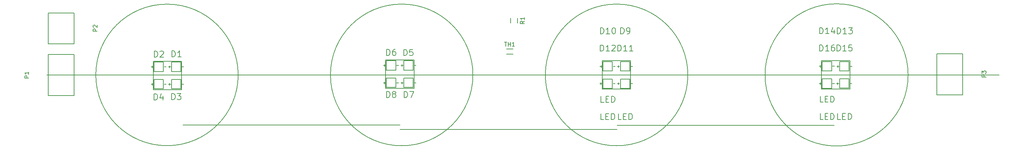
<source format=gto>
G04 #@! TF.FileFunction,Legend,Top*
%FSLAX46Y46*%
G04 Gerber Fmt 4.6, Leading zero omitted, Abs format (unit mm)*
G04 Created by KiCad (PCBNEW 4.0.2-stable) date Vendredi 01 juillet 2016 23:27:03*
%MOMM*%
G01*
G04 APERTURE LIST*
%ADD10C,0.100000*%
%ADD11C,0.200000*%
%ADD12C,0.150000*%
G04 APERTURE END LIST*
D10*
D11*
X89212084Y-87500000D02*
G75*
G03X89212084Y-87500000I-17492084J0D01*
G01*
X146897901Y-87500000D02*
G75*
G03X146897901Y-87500000I-17507901J0D01*
G01*
X253839184Y-87500000D02*
G75*
G03X253839184Y-87500000I-17579184J0D01*
G01*
X199707901Y-87500000D02*
G75*
G03X199707901Y-87500000I-17507901J0D01*
G01*
X178648900Y-91000000D02*
X178648900Y-84000000D01*
X185648900Y-91000000D02*
X178648900Y-91000000D01*
X185648900Y-84000000D02*
X185648900Y-91000000D01*
X178648900Y-84000000D02*
X185648900Y-84000000D01*
X232541700Y-91000000D02*
X232541700Y-84000000D01*
X239541700Y-91000000D02*
X232541700Y-91000000D01*
X239541700Y-84000000D02*
X239541700Y-91000000D01*
X232541700Y-84000000D02*
X239541700Y-84000000D01*
X42235200Y-87500000D02*
X276235200Y-87500000D01*
X182308600Y-99949000D02*
X235638600Y-99949000D01*
X128955900Y-100977700D02*
X182285900Y-100977700D01*
X75615900Y-99923600D02*
X128945900Y-99923600D01*
X125430700Y-90809500D02*
X125430700Y-83809500D01*
X132430700Y-90809500D02*
X125430700Y-90809500D01*
X132430700Y-83809500D02*
X132430700Y-90809500D01*
X125430700Y-83809500D02*
X132430700Y-83809500D01*
X68344200Y-91139700D02*
X68344200Y-84139700D01*
X75344200Y-91139700D02*
X68344200Y-91139700D01*
X75344200Y-84139700D02*
X75344200Y-91139700D01*
X68344200Y-84139700D02*
X75344200Y-84139700D01*
D12*
X156125000Y-74650000D02*
X156125000Y-73450000D01*
X157875000Y-73450000D02*
X157875000Y-74650000D01*
X155127200Y-81102400D02*
X156727200Y-81102400D01*
X155127200Y-82321600D02*
X156727200Y-82321600D01*
X75354200Y-85489700D02*
X75834200Y-85489700D01*
X72114200Y-85489700D02*
X72644200Y-85489700D01*
X72374200Y-85239700D02*
X72374200Y-85749700D01*
X72844200Y-84339700D02*
X72844200Y-86639700D01*
X72844200Y-86639700D02*
X75144200Y-86639700D01*
X75144200Y-86639700D02*
X75144200Y-84339700D01*
X75144200Y-84339700D02*
X72844200Y-84339700D01*
X71054200Y-85489700D02*
X71534200Y-85489700D01*
X67814200Y-85489700D02*
X68344200Y-85489700D01*
X68074200Y-85239700D02*
X68074200Y-85749700D01*
X68544200Y-84339700D02*
X68544200Y-86639700D01*
X68544200Y-86639700D02*
X70844200Y-86639700D01*
X70844200Y-86639700D02*
X70844200Y-84339700D01*
X70844200Y-84339700D02*
X68544200Y-84339700D01*
X75354200Y-89789700D02*
X75834200Y-89789700D01*
X72114200Y-89789700D02*
X72644200Y-89789700D01*
X72374200Y-89539700D02*
X72374200Y-90049700D01*
X72844200Y-88639700D02*
X72844200Y-90939700D01*
X72844200Y-90939700D02*
X75144200Y-90939700D01*
X75144200Y-90939700D02*
X75144200Y-88639700D01*
X75144200Y-88639700D02*
X72844200Y-88639700D01*
X71054200Y-89789700D02*
X71534200Y-89789700D01*
X67814200Y-89789700D02*
X68344200Y-89789700D01*
X68074200Y-89539700D02*
X68074200Y-90049700D01*
X68544200Y-88639700D02*
X68544200Y-90939700D01*
X68544200Y-90939700D02*
X70844200Y-90939700D01*
X70844200Y-90939700D02*
X70844200Y-88639700D01*
X70844200Y-88639700D02*
X68544200Y-88639700D01*
X132436700Y-85153500D02*
X132916700Y-85153500D01*
X129196700Y-85153500D02*
X129726700Y-85153500D01*
X129456700Y-84903500D02*
X129456700Y-85413500D01*
X129926700Y-84003500D02*
X129926700Y-86303500D01*
X129926700Y-86303500D02*
X132226700Y-86303500D01*
X132226700Y-86303500D02*
X132226700Y-84003500D01*
X132226700Y-84003500D02*
X129926700Y-84003500D01*
X128144100Y-85153500D02*
X128624100Y-85153500D01*
X124904100Y-85153500D02*
X125434100Y-85153500D01*
X125164100Y-84903500D02*
X125164100Y-85413500D01*
X125634100Y-84003500D02*
X125634100Y-86303500D01*
X125634100Y-86303500D02*
X127934100Y-86303500D01*
X127934100Y-86303500D02*
X127934100Y-84003500D01*
X127934100Y-84003500D02*
X125634100Y-84003500D01*
X132436700Y-89458800D02*
X132916700Y-89458800D01*
X129196700Y-89458800D02*
X129726700Y-89458800D01*
X129456700Y-89208800D02*
X129456700Y-89718800D01*
X129926700Y-88308800D02*
X129926700Y-90608800D01*
X129926700Y-90608800D02*
X132226700Y-90608800D01*
X132226700Y-90608800D02*
X132226700Y-88308800D01*
X132226700Y-88308800D02*
X129926700Y-88308800D01*
X128144100Y-89458800D02*
X128624100Y-89458800D01*
X124904100Y-89458800D02*
X125434100Y-89458800D01*
X125164100Y-89208800D02*
X125164100Y-89718800D01*
X125634100Y-88308800D02*
X125634100Y-90608800D01*
X125634100Y-90608800D02*
X127934100Y-90608800D01*
X127934100Y-90608800D02*
X127934100Y-88308800D01*
X127934100Y-88308800D02*
X125634100Y-88308800D01*
X185640000Y-85370000D02*
X186120000Y-85370000D01*
X182400000Y-85370000D02*
X182930000Y-85370000D01*
X182660000Y-85120000D02*
X182660000Y-85630000D01*
X183130000Y-84220000D02*
X183130000Y-86520000D01*
X183130000Y-86520000D02*
X185430000Y-86520000D01*
X185430000Y-86520000D02*
X185430000Y-84220000D01*
X185430000Y-84220000D02*
X183130000Y-84220000D01*
X181370000Y-85370000D02*
X181850000Y-85370000D01*
X178130000Y-85370000D02*
X178660000Y-85370000D01*
X178390000Y-85120000D02*
X178390000Y-85630000D01*
X178860000Y-84220000D02*
X178860000Y-86520000D01*
X178860000Y-86520000D02*
X181160000Y-86520000D01*
X181160000Y-86520000D02*
X181160000Y-84220000D01*
X181160000Y-84220000D02*
X178860000Y-84220000D01*
X185660000Y-89660000D02*
X186140000Y-89660000D01*
X182420000Y-89660000D02*
X182950000Y-89660000D01*
X182680000Y-89410000D02*
X182680000Y-89920000D01*
X183150000Y-88510000D02*
X183150000Y-90810000D01*
X183150000Y-90810000D02*
X185450000Y-90810000D01*
X185450000Y-90810000D02*
X185450000Y-88510000D01*
X185450000Y-88510000D02*
X183150000Y-88510000D01*
X181350000Y-89660000D02*
X181830000Y-89660000D01*
X178110000Y-89660000D02*
X178640000Y-89660000D01*
X178370000Y-89410000D02*
X178370000Y-89920000D01*
X178840000Y-88510000D02*
X178840000Y-90810000D01*
X178840000Y-90810000D02*
X181140000Y-90810000D01*
X181140000Y-90810000D02*
X181140000Y-88510000D01*
X181140000Y-88510000D02*
X178840000Y-88510000D01*
X239550000Y-85370000D02*
X240030000Y-85370000D01*
X236310000Y-85370000D02*
X236840000Y-85370000D01*
X236570000Y-85120000D02*
X236570000Y-85630000D01*
X237040000Y-84220000D02*
X237040000Y-86520000D01*
X237040000Y-86520000D02*
X239340000Y-86520000D01*
X239340000Y-86520000D02*
X239340000Y-84220000D01*
X239340000Y-84220000D02*
X237040000Y-84220000D01*
X235250000Y-85360000D02*
X235730000Y-85360000D01*
X232010000Y-85360000D02*
X232540000Y-85360000D01*
X232270000Y-85110000D02*
X232270000Y-85620000D01*
X232740000Y-84210000D02*
X232740000Y-86510000D01*
X232740000Y-86510000D02*
X235040000Y-86510000D01*
X235040000Y-86510000D02*
X235040000Y-84210000D01*
X235040000Y-84210000D02*
X232740000Y-84210000D01*
X239530000Y-89630000D02*
X240010000Y-89630000D01*
X236290000Y-89630000D02*
X236820000Y-89630000D01*
X236550000Y-89380000D02*
X236550000Y-89890000D01*
X237020000Y-88480000D02*
X237020000Y-90780000D01*
X237020000Y-90780000D02*
X239320000Y-90780000D01*
X239320000Y-90780000D02*
X239320000Y-88480000D01*
X239320000Y-88480000D02*
X237020000Y-88480000D01*
X235250000Y-89640000D02*
X235730000Y-89640000D01*
X232010000Y-89640000D02*
X232540000Y-89640000D01*
X232270000Y-89390000D02*
X232270000Y-89900000D01*
X232740000Y-88490000D02*
X232740000Y-90790000D01*
X232740000Y-90790000D02*
X235040000Y-90790000D01*
X235040000Y-90790000D02*
X235040000Y-88490000D01*
X235040000Y-88490000D02*
X232740000Y-88490000D01*
X48875000Y-92570000D02*
X42525000Y-92570000D01*
X48875000Y-82410000D02*
X42525000Y-82410000D01*
X42525000Y-82410000D02*
X42525000Y-92570000D01*
X48875000Y-82410000D02*
X48875000Y-92570000D01*
X42545000Y-72200000D02*
X48895000Y-72200000D01*
X42545000Y-79820000D02*
X48895000Y-79820000D01*
X48895000Y-79820000D02*
X48895000Y-72200000D01*
X42545000Y-79820000D02*
X42545000Y-72200000D01*
X260935000Y-82280000D02*
X267285000Y-82280000D01*
X260935000Y-92440000D02*
X267285000Y-92440000D01*
X267285000Y-92440000D02*
X267285000Y-82280000D01*
X260935000Y-92440000D02*
X260935000Y-82280000D01*
X159552381Y-74216666D02*
X159076190Y-74550000D01*
X159552381Y-74788095D02*
X158552381Y-74788095D01*
X158552381Y-74407142D01*
X158600000Y-74311904D01*
X158647619Y-74264285D01*
X158742857Y-74216666D01*
X158885714Y-74216666D01*
X158980952Y-74264285D01*
X159028571Y-74311904D01*
X159076190Y-74407142D01*
X159076190Y-74788095D01*
X159552381Y-73264285D02*
X159552381Y-73835714D01*
X159552381Y-73550000D02*
X158552381Y-73550000D01*
X158695238Y-73645238D01*
X158790476Y-73740476D01*
X158838095Y-73835714D01*
X154654286Y-79394381D02*
X155225715Y-79394381D01*
X154940000Y-80394381D02*
X154940000Y-79394381D01*
X155559048Y-80394381D02*
X155559048Y-79394381D01*
X155559048Y-79870571D02*
X156130477Y-79870571D01*
X156130477Y-80394381D02*
X156130477Y-79394381D01*
X157130477Y-80394381D02*
X156559048Y-80394381D01*
X156844762Y-80394381D02*
X156844762Y-79394381D01*
X156749524Y-79537238D01*
X156654286Y-79632476D01*
X156559048Y-79680095D01*
X72908458Y-83050771D02*
X72908458Y-81550771D01*
X73265601Y-81550771D01*
X73479886Y-81622200D01*
X73622744Y-81765057D01*
X73694172Y-81907914D01*
X73765601Y-82193629D01*
X73765601Y-82407914D01*
X73694172Y-82693629D01*
X73622744Y-82836486D01*
X73479886Y-82979343D01*
X73265601Y-83050771D01*
X72908458Y-83050771D01*
X75194172Y-83050771D02*
X74337029Y-83050771D01*
X74765601Y-83050771D02*
X74765601Y-81550771D01*
X74622744Y-81765057D01*
X74479886Y-81907914D01*
X74337029Y-81979343D01*
X68577758Y-83101571D02*
X68577758Y-81601571D01*
X68934901Y-81601571D01*
X69149186Y-81673000D01*
X69292044Y-81815857D01*
X69363472Y-81958714D01*
X69434901Y-82244429D01*
X69434901Y-82458714D01*
X69363472Y-82744429D01*
X69292044Y-82887286D01*
X69149186Y-83030143D01*
X68934901Y-83101571D01*
X68577758Y-83101571D01*
X70006329Y-81744429D02*
X70077758Y-81673000D01*
X70220615Y-81601571D01*
X70577758Y-81601571D01*
X70720615Y-81673000D01*
X70792044Y-81744429D01*
X70863472Y-81887286D01*
X70863472Y-82030143D01*
X70792044Y-82244429D01*
X69934901Y-83101571D01*
X70863472Y-83101571D01*
X72883058Y-93604471D02*
X72883058Y-92104471D01*
X73240201Y-92104471D01*
X73454486Y-92175900D01*
X73597344Y-92318757D01*
X73668772Y-92461614D01*
X73740201Y-92747329D01*
X73740201Y-92961614D01*
X73668772Y-93247329D01*
X73597344Y-93390186D01*
X73454486Y-93533043D01*
X73240201Y-93604471D01*
X72883058Y-93604471D01*
X74240201Y-92104471D02*
X75168772Y-92104471D01*
X74668772Y-92675900D01*
X74883058Y-92675900D01*
X75025915Y-92747329D01*
X75097344Y-92818757D01*
X75168772Y-92961614D01*
X75168772Y-93318757D01*
X75097344Y-93461614D01*
X75025915Y-93533043D01*
X74883058Y-93604471D01*
X74454486Y-93604471D01*
X74311629Y-93533043D01*
X74240201Y-93461614D01*
X68552358Y-93667971D02*
X68552358Y-92167971D01*
X68909501Y-92167971D01*
X69123786Y-92239400D01*
X69266644Y-92382257D01*
X69338072Y-92525114D01*
X69409501Y-92810829D01*
X69409501Y-93025114D01*
X69338072Y-93310829D01*
X69266644Y-93453686D01*
X69123786Y-93596543D01*
X68909501Y-93667971D01*
X68552358Y-93667971D01*
X70695215Y-92667971D02*
X70695215Y-93667971D01*
X70338072Y-92096543D02*
X69980929Y-93167971D01*
X70909501Y-93167971D01*
X129880658Y-82720571D02*
X129880658Y-81220571D01*
X130237801Y-81220571D01*
X130452086Y-81292000D01*
X130594944Y-81434857D01*
X130666372Y-81577714D01*
X130737801Y-81863429D01*
X130737801Y-82077714D01*
X130666372Y-82363429D01*
X130594944Y-82506286D01*
X130452086Y-82649143D01*
X130237801Y-82720571D01*
X129880658Y-82720571D01*
X132094944Y-81220571D02*
X131380658Y-81220571D01*
X131309229Y-81934857D01*
X131380658Y-81863429D01*
X131523515Y-81792000D01*
X131880658Y-81792000D01*
X132023515Y-81863429D01*
X132094944Y-81934857D01*
X132166372Y-82077714D01*
X132166372Y-82434857D01*
X132094944Y-82577714D01*
X132023515Y-82649143D01*
X131880658Y-82720571D01*
X131523515Y-82720571D01*
X131380658Y-82649143D01*
X131309229Y-82577714D01*
X125689658Y-82657071D02*
X125689658Y-81157071D01*
X126046801Y-81157071D01*
X126261086Y-81228500D01*
X126403944Y-81371357D01*
X126475372Y-81514214D01*
X126546801Y-81799929D01*
X126546801Y-82014214D01*
X126475372Y-82299929D01*
X126403944Y-82442786D01*
X126261086Y-82585643D01*
X126046801Y-82657071D01*
X125689658Y-82657071D01*
X127832515Y-81157071D02*
X127546801Y-81157071D01*
X127403944Y-81228500D01*
X127332515Y-81299929D01*
X127189658Y-81514214D01*
X127118229Y-81799929D01*
X127118229Y-82371357D01*
X127189658Y-82514214D01*
X127261086Y-82585643D01*
X127403944Y-82657071D01*
X127689658Y-82657071D01*
X127832515Y-82585643D01*
X127903944Y-82514214D01*
X127975372Y-82371357D01*
X127975372Y-82014214D01*
X127903944Y-81871357D01*
X127832515Y-81799929D01*
X127689658Y-81728500D01*
X127403944Y-81728500D01*
X127261086Y-81799929D01*
X127189658Y-81871357D01*
X127118229Y-82014214D01*
X129994958Y-93109171D02*
X129994958Y-91609171D01*
X130352101Y-91609171D01*
X130566386Y-91680600D01*
X130709244Y-91823457D01*
X130780672Y-91966314D01*
X130852101Y-92252029D01*
X130852101Y-92466314D01*
X130780672Y-92752029D01*
X130709244Y-92894886D01*
X130566386Y-93037743D01*
X130352101Y-93109171D01*
X129994958Y-93109171D01*
X131352101Y-91609171D02*
X132352101Y-91609171D01*
X131709244Y-93109171D01*
X125664258Y-93071071D02*
X125664258Y-91571071D01*
X126021401Y-91571071D01*
X126235686Y-91642500D01*
X126378544Y-91785357D01*
X126449972Y-91928214D01*
X126521401Y-92213929D01*
X126521401Y-92428214D01*
X126449972Y-92713929D01*
X126378544Y-92856786D01*
X126235686Y-92999643D01*
X126021401Y-93071071D01*
X125664258Y-93071071D01*
X127378544Y-92213929D02*
X127235686Y-92142500D01*
X127164258Y-92071071D01*
X127092829Y-91928214D01*
X127092829Y-91856786D01*
X127164258Y-91713929D01*
X127235686Y-91642500D01*
X127378544Y-91571071D01*
X127664258Y-91571071D01*
X127807115Y-91642500D01*
X127878544Y-91713929D01*
X127949972Y-91856786D01*
X127949972Y-91928214D01*
X127878544Y-92071071D01*
X127807115Y-92142500D01*
X127664258Y-92213929D01*
X127378544Y-92213929D01*
X127235686Y-92285357D01*
X127164258Y-92356786D01*
X127092829Y-92499643D01*
X127092829Y-92785357D01*
X127164258Y-92928214D01*
X127235686Y-92999643D01*
X127378544Y-93071071D01*
X127664258Y-93071071D01*
X127807115Y-92999643D01*
X127878544Y-92928214D01*
X127949972Y-92785357D01*
X127949972Y-92499643D01*
X127878544Y-92356786D01*
X127807115Y-92285357D01*
X127664258Y-92213929D01*
X183202858Y-77328571D02*
X183202858Y-75828571D01*
X183560001Y-75828571D01*
X183774286Y-75900000D01*
X183917144Y-76042857D01*
X183988572Y-76185714D01*
X184060001Y-76471429D01*
X184060001Y-76685714D01*
X183988572Y-76971429D01*
X183917144Y-77114286D01*
X183774286Y-77257143D01*
X183560001Y-77328571D01*
X183202858Y-77328571D01*
X184774286Y-77328571D02*
X185060001Y-77328571D01*
X185202858Y-77257143D01*
X185274286Y-77185714D01*
X185417144Y-76971429D01*
X185488572Y-76685714D01*
X185488572Y-76114286D01*
X185417144Y-75971429D01*
X185345715Y-75900000D01*
X185202858Y-75828571D01*
X184917144Y-75828571D01*
X184774286Y-75900000D01*
X184702858Y-75971429D01*
X184631429Y-76114286D01*
X184631429Y-76471429D01*
X184702858Y-76614286D01*
X184774286Y-76685714D01*
X184917144Y-76757143D01*
X185202858Y-76757143D01*
X185345715Y-76685714D01*
X185417144Y-76614286D01*
X185488572Y-76471429D01*
X178218572Y-77328571D02*
X178218572Y-75828571D01*
X178575715Y-75828571D01*
X178790000Y-75900000D01*
X178932858Y-76042857D01*
X179004286Y-76185714D01*
X179075715Y-76471429D01*
X179075715Y-76685714D01*
X179004286Y-76971429D01*
X178932858Y-77114286D01*
X178790000Y-77257143D01*
X178575715Y-77328571D01*
X178218572Y-77328571D01*
X180504286Y-77328571D02*
X179647143Y-77328571D01*
X180075715Y-77328571D02*
X180075715Y-75828571D01*
X179932858Y-76042857D01*
X179790000Y-76185714D01*
X179647143Y-76257143D01*
X181432857Y-75828571D02*
X181575714Y-75828571D01*
X181718571Y-75900000D01*
X181790000Y-75971429D01*
X181861429Y-76114286D01*
X181932857Y-76400000D01*
X181932857Y-76757143D01*
X181861429Y-77042857D01*
X181790000Y-77185714D01*
X181718571Y-77257143D01*
X181575714Y-77328571D01*
X181432857Y-77328571D01*
X181290000Y-77257143D01*
X181218571Y-77185714D01*
X181147143Y-77042857D01*
X181075714Y-76757143D01*
X181075714Y-76400000D01*
X181147143Y-76114286D01*
X181218571Y-75971429D01*
X181290000Y-75900000D01*
X181432857Y-75828571D01*
X179075715Y-94258571D02*
X178361429Y-94258571D01*
X178361429Y-92758571D01*
X179575715Y-93472857D02*
X180075715Y-93472857D01*
X180290001Y-94258571D02*
X179575715Y-94258571D01*
X179575715Y-92758571D01*
X180290001Y-92758571D01*
X180932858Y-94258571D02*
X180932858Y-92758571D01*
X181290001Y-92758571D01*
X181504286Y-92830000D01*
X181647144Y-92972857D01*
X181718572Y-93115714D01*
X181790001Y-93401429D01*
X181790001Y-93615714D01*
X181718572Y-93901429D01*
X181647144Y-94044286D01*
X181504286Y-94187143D01*
X181290001Y-94258571D01*
X180932858Y-94258571D01*
X182508572Y-81618571D02*
X182508572Y-80118571D01*
X182865715Y-80118571D01*
X183080000Y-80190000D01*
X183222858Y-80332857D01*
X183294286Y-80475714D01*
X183365715Y-80761429D01*
X183365715Y-80975714D01*
X183294286Y-81261429D01*
X183222858Y-81404286D01*
X183080000Y-81547143D01*
X182865715Y-81618571D01*
X182508572Y-81618571D01*
X184794286Y-81618571D02*
X183937143Y-81618571D01*
X184365715Y-81618571D02*
X184365715Y-80118571D01*
X184222858Y-80332857D01*
X184080000Y-80475714D01*
X183937143Y-80547143D01*
X186222857Y-81618571D02*
X185365714Y-81618571D01*
X185794286Y-81618571D02*
X185794286Y-80118571D01*
X185651429Y-80332857D01*
X185508571Y-80475714D01*
X185365714Y-80547143D01*
X183365715Y-98548571D02*
X182651429Y-98548571D01*
X182651429Y-97048571D01*
X183865715Y-97762857D02*
X184365715Y-97762857D01*
X184580001Y-98548571D02*
X183865715Y-98548571D01*
X183865715Y-97048571D01*
X184580001Y-97048571D01*
X185222858Y-98548571D02*
X185222858Y-97048571D01*
X185580001Y-97048571D01*
X185794286Y-97120000D01*
X185937144Y-97262857D01*
X186008572Y-97405714D01*
X186080001Y-97691429D01*
X186080001Y-97905714D01*
X186008572Y-98191429D01*
X185937144Y-98334286D01*
X185794286Y-98477143D01*
X185580001Y-98548571D01*
X185222858Y-98548571D01*
X178198572Y-81618571D02*
X178198572Y-80118571D01*
X178555715Y-80118571D01*
X178770000Y-80190000D01*
X178912858Y-80332857D01*
X178984286Y-80475714D01*
X179055715Y-80761429D01*
X179055715Y-80975714D01*
X178984286Y-81261429D01*
X178912858Y-81404286D01*
X178770000Y-81547143D01*
X178555715Y-81618571D01*
X178198572Y-81618571D01*
X180484286Y-81618571D02*
X179627143Y-81618571D01*
X180055715Y-81618571D02*
X180055715Y-80118571D01*
X179912858Y-80332857D01*
X179770000Y-80475714D01*
X179627143Y-80547143D01*
X181055714Y-80261429D02*
X181127143Y-80190000D01*
X181270000Y-80118571D01*
X181627143Y-80118571D01*
X181770000Y-80190000D01*
X181841429Y-80261429D01*
X181912857Y-80404286D01*
X181912857Y-80547143D01*
X181841429Y-80761429D01*
X180984286Y-81618571D01*
X181912857Y-81618571D01*
X179055715Y-98548571D02*
X178341429Y-98548571D01*
X178341429Y-97048571D01*
X179555715Y-97762857D02*
X180055715Y-97762857D01*
X180270001Y-98548571D02*
X179555715Y-98548571D01*
X179555715Y-97048571D01*
X180270001Y-97048571D01*
X180912858Y-98548571D02*
X180912858Y-97048571D01*
X181270001Y-97048571D01*
X181484286Y-97120000D01*
X181627144Y-97262857D01*
X181698572Y-97405714D01*
X181770001Y-97691429D01*
X181770001Y-97905714D01*
X181698572Y-98191429D01*
X181627144Y-98334286D01*
X181484286Y-98477143D01*
X181270001Y-98548571D01*
X180912858Y-98548571D01*
X236398572Y-77328571D02*
X236398572Y-75828571D01*
X236755715Y-75828571D01*
X236970000Y-75900000D01*
X237112858Y-76042857D01*
X237184286Y-76185714D01*
X237255715Y-76471429D01*
X237255715Y-76685714D01*
X237184286Y-76971429D01*
X237112858Y-77114286D01*
X236970000Y-77257143D01*
X236755715Y-77328571D01*
X236398572Y-77328571D01*
X238684286Y-77328571D02*
X237827143Y-77328571D01*
X238255715Y-77328571D02*
X238255715Y-75828571D01*
X238112858Y-76042857D01*
X237970000Y-76185714D01*
X237827143Y-76257143D01*
X239184286Y-75828571D02*
X240112857Y-75828571D01*
X239612857Y-76400000D01*
X239827143Y-76400000D01*
X239970000Y-76471429D01*
X240041429Y-76542857D01*
X240112857Y-76685714D01*
X240112857Y-77042857D01*
X240041429Y-77185714D01*
X239970000Y-77257143D01*
X239827143Y-77328571D01*
X239398571Y-77328571D01*
X239255714Y-77257143D01*
X239184286Y-77185714D01*
X232098572Y-77318571D02*
X232098572Y-75818571D01*
X232455715Y-75818571D01*
X232670000Y-75890000D01*
X232812858Y-76032857D01*
X232884286Y-76175714D01*
X232955715Y-76461429D01*
X232955715Y-76675714D01*
X232884286Y-76961429D01*
X232812858Y-77104286D01*
X232670000Y-77247143D01*
X232455715Y-77318571D01*
X232098572Y-77318571D01*
X234384286Y-77318571D02*
X233527143Y-77318571D01*
X233955715Y-77318571D02*
X233955715Y-75818571D01*
X233812858Y-76032857D01*
X233670000Y-76175714D01*
X233527143Y-76247143D01*
X235670000Y-76318571D02*
X235670000Y-77318571D01*
X235312857Y-75747143D02*
X234955714Y-76818571D01*
X235884286Y-76818571D01*
X232955715Y-94248571D02*
X232241429Y-94248571D01*
X232241429Y-92748571D01*
X233455715Y-93462857D02*
X233955715Y-93462857D01*
X234170001Y-94248571D02*
X233455715Y-94248571D01*
X233455715Y-92748571D01*
X234170001Y-92748571D01*
X234812858Y-94248571D02*
X234812858Y-92748571D01*
X235170001Y-92748571D01*
X235384286Y-92820000D01*
X235527144Y-92962857D01*
X235598572Y-93105714D01*
X235670001Y-93391429D01*
X235670001Y-93605714D01*
X235598572Y-93891429D01*
X235527144Y-94034286D01*
X235384286Y-94177143D01*
X235170001Y-94248571D01*
X234812858Y-94248571D01*
X236378572Y-81588571D02*
X236378572Y-80088571D01*
X236735715Y-80088571D01*
X236950000Y-80160000D01*
X237092858Y-80302857D01*
X237164286Y-80445714D01*
X237235715Y-80731429D01*
X237235715Y-80945714D01*
X237164286Y-81231429D01*
X237092858Y-81374286D01*
X236950000Y-81517143D01*
X236735715Y-81588571D01*
X236378572Y-81588571D01*
X238664286Y-81588571D02*
X237807143Y-81588571D01*
X238235715Y-81588571D02*
X238235715Y-80088571D01*
X238092858Y-80302857D01*
X237950000Y-80445714D01*
X237807143Y-80517143D01*
X240021429Y-80088571D02*
X239307143Y-80088571D01*
X239235714Y-80802857D01*
X239307143Y-80731429D01*
X239450000Y-80660000D01*
X239807143Y-80660000D01*
X239950000Y-80731429D01*
X240021429Y-80802857D01*
X240092857Y-80945714D01*
X240092857Y-81302857D01*
X240021429Y-81445714D01*
X239950000Y-81517143D01*
X239807143Y-81588571D01*
X239450000Y-81588571D01*
X239307143Y-81517143D01*
X239235714Y-81445714D01*
X237235715Y-98518571D02*
X236521429Y-98518571D01*
X236521429Y-97018571D01*
X237735715Y-97732857D02*
X238235715Y-97732857D01*
X238450001Y-98518571D02*
X237735715Y-98518571D01*
X237735715Y-97018571D01*
X238450001Y-97018571D01*
X239092858Y-98518571D02*
X239092858Y-97018571D01*
X239450001Y-97018571D01*
X239664286Y-97090000D01*
X239807144Y-97232857D01*
X239878572Y-97375714D01*
X239950001Y-97661429D01*
X239950001Y-97875714D01*
X239878572Y-98161429D01*
X239807144Y-98304286D01*
X239664286Y-98447143D01*
X239450001Y-98518571D01*
X239092858Y-98518571D01*
X232098572Y-81598571D02*
X232098572Y-80098571D01*
X232455715Y-80098571D01*
X232670000Y-80170000D01*
X232812858Y-80312857D01*
X232884286Y-80455714D01*
X232955715Y-80741429D01*
X232955715Y-80955714D01*
X232884286Y-81241429D01*
X232812858Y-81384286D01*
X232670000Y-81527143D01*
X232455715Y-81598571D01*
X232098572Y-81598571D01*
X234384286Y-81598571D02*
X233527143Y-81598571D01*
X233955715Y-81598571D02*
X233955715Y-80098571D01*
X233812858Y-80312857D01*
X233670000Y-80455714D01*
X233527143Y-80527143D01*
X235670000Y-80098571D02*
X235384286Y-80098571D01*
X235241429Y-80170000D01*
X235170000Y-80241429D01*
X235027143Y-80455714D01*
X234955714Y-80741429D01*
X234955714Y-81312857D01*
X235027143Y-81455714D01*
X235098571Y-81527143D01*
X235241429Y-81598571D01*
X235527143Y-81598571D01*
X235670000Y-81527143D01*
X235741429Y-81455714D01*
X235812857Y-81312857D01*
X235812857Y-80955714D01*
X235741429Y-80812857D01*
X235670000Y-80741429D01*
X235527143Y-80670000D01*
X235241429Y-80670000D01*
X235098571Y-80741429D01*
X235027143Y-80812857D01*
X234955714Y-80955714D01*
X232955715Y-98528571D02*
X232241429Y-98528571D01*
X232241429Y-97028571D01*
X233455715Y-97742857D02*
X233955715Y-97742857D01*
X234170001Y-98528571D02*
X233455715Y-98528571D01*
X233455715Y-97028571D01*
X234170001Y-97028571D01*
X234812858Y-98528571D02*
X234812858Y-97028571D01*
X235170001Y-97028571D01*
X235384286Y-97100000D01*
X235527144Y-97242857D01*
X235598572Y-97385714D01*
X235670001Y-97671429D01*
X235670001Y-97885714D01*
X235598572Y-98171429D01*
X235527144Y-98314286D01*
X235384286Y-98457143D01*
X235170001Y-98528571D01*
X234812858Y-98528571D01*
X37752381Y-88278095D02*
X36752381Y-88278095D01*
X36752381Y-87897142D01*
X36800000Y-87801904D01*
X36847619Y-87754285D01*
X36942857Y-87706666D01*
X37085714Y-87706666D01*
X37180952Y-87754285D01*
X37228571Y-87801904D01*
X37276190Y-87897142D01*
X37276190Y-88278095D01*
X37752381Y-86754285D02*
X37752381Y-87325714D01*
X37752381Y-87040000D02*
X36752381Y-87040000D01*
X36895238Y-87135238D01*
X36990476Y-87230476D01*
X37038095Y-87325714D01*
X54572381Y-76698095D02*
X53572381Y-76698095D01*
X53572381Y-76317142D01*
X53620000Y-76221904D01*
X53667619Y-76174285D01*
X53762857Y-76126666D01*
X53905714Y-76126666D01*
X54000952Y-76174285D01*
X54048571Y-76221904D01*
X54096190Y-76317142D01*
X54096190Y-76698095D01*
X53667619Y-75745714D02*
X53620000Y-75698095D01*
X53572381Y-75602857D01*
X53572381Y-75364761D01*
X53620000Y-75269523D01*
X53667619Y-75221904D01*
X53762857Y-75174285D01*
X53858095Y-75174285D01*
X54000952Y-75221904D01*
X54572381Y-75793333D01*
X54572381Y-75174285D01*
X272962381Y-88048095D02*
X271962381Y-88048095D01*
X271962381Y-87667142D01*
X272010000Y-87571904D01*
X272057619Y-87524285D01*
X272152857Y-87476666D01*
X272295714Y-87476666D01*
X272390952Y-87524285D01*
X272438571Y-87571904D01*
X272486190Y-87667142D01*
X272486190Y-88048095D01*
X271962381Y-87143333D02*
X271962381Y-86524285D01*
X272343333Y-86857619D01*
X272343333Y-86714761D01*
X272390952Y-86619523D01*
X272438571Y-86571904D01*
X272533810Y-86524285D01*
X272771905Y-86524285D01*
X272867143Y-86571904D01*
X272914762Y-86619523D01*
X272962381Y-86714761D01*
X272962381Y-87000476D01*
X272914762Y-87095714D01*
X272867143Y-87143333D01*
M02*

</source>
